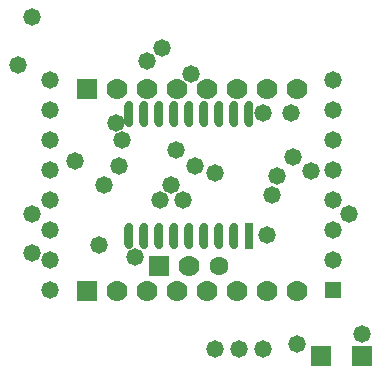
<source format=gbs>
%FSLAX23Y23*%
%MOIN*%
G70*
G01*
G75*
%ADD10R,0.030X0.030*%
%ADD11O,0.059X0.018*%
%ADD12R,0.059X0.018*%
%ADD13R,0.018X0.059*%
%ADD14C,0.032*%
%ADD15C,0.015*%
%ADD16C,0.016*%
%ADD17C,0.025*%
%ADD18C,0.008*%
%ADD19R,0.050X0.050*%
%ADD20C,0.050*%
%ADD21C,0.055*%
%ADD22C,0.062*%
%ADD23R,0.062X0.062*%
%ADD24R,0.022X0.079*%
%ADD25O,0.022X0.079*%
%ADD26R,0.060X0.060*%
%ADD27C,0.020*%
%ADD28R,0.038X0.038*%
%ADD29O,0.067X0.026*%
%ADD30R,0.067X0.026*%
%ADD31R,0.026X0.067*%
%ADD32R,0.058X0.058*%
%ADD33C,0.058*%
%ADD34C,0.063*%
%ADD35C,0.070*%
%ADD36R,0.070X0.070*%
%ADD37R,0.030X0.087*%
%ADD38O,0.030X0.087*%
%ADD39R,0.068X0.068*%
D32*
X10730Y7781D02*
D03*
D33*
Y7881D02*
D03*
Y7981D02*
D03*
Y8081D02*
D03*
Y8181D02*
D03*
Y8281D02*
D03*
Y8381D02*
D03*
Y8481D02*
D03*
X9785Y7781D02*
D03*
Y7881D02*
D03*
Y7981D02*
D03*
Y8081D02*
D03*
Y8181D02*
D03*
Y8281D02*
D03*
Y8381D02*
D03*
Y8481D02*
D03*
X10825Y7633D02*
D03*
X10542Y8161D02*
D03*
X10782Y8033D02*
D03*
X10158Y8588D02*
D03*
X10270Y8193D02*
D03*
X9726Y8033D02*
D03*
Y8689D02*
D03*
X10654Y8177D02*
D03*
X10510Y7963D02*
D03*
X10027Y8281D02*
D03*
X9870Y8209D02*
D03*
X10153Y8081D02*
D03*
X10190Y8129D02*
D03*
X10070Y7889D02*
D03*
X10230Y8081D02*
D03*
X10006Y8337D02*
D03*
X10595Y8225D02*
D03*
X10334Y7585D02*
D03*
X10254Y8499D02*
D03*
X10110Y8545D02*
D03*
X9678Y8529D02*
D03*
X10334Y8172D02*
D03*
X10206Y8246D02*
D03*
X10414Y7585D02*
D03*
X10590Y8369D02*
D03*
X10494D02*
D03*
X9966Y8129D02*
D03*
X10526Y8097D02*
D03*
X9950Y7931D02*
D03*
X9726Y7905D02*
D03*
X10494Y7585D02*
D03*
X10610Y7601D02*
D03*
X10014Y8193D02*
D03*
D34*
X10350Y7861D02*
D03*
D35*
X10250D02*
D03*
X10010Y8451D02*
D03*
X10110D02*
D03*
X10210D02*
D03*
X10310D02*
D03*
X10410D02*
D03*
X10510D02*
D03*
X10610D02*
D03*
X10010Y7776D02*
D03*
X10110Y7776D02*
D03*
X10210D02*
D03*
X10310D02*
D03*
X10410D02*
D03*
X10510D02*
D03*
X10610D02*
D03*
D36*
X10150Y7861D02*
D03*
X9910Y8451D02*
D03*
Y7776D02*
D03*
D37*
X10450Y7961D02*
D03*
D38*
X10400D02*
D03*
X10350D02*
D03*
X10300D02*
D03*
X10250D02*
D03*
X10200D02*
D03*
X10150D02*
D03*
X10100D02*
D03*
X10050D02*
D03*
X10450Y8366D02*
D03*
X10400D02*
D03*
X10350D02*
D03*
X10300D02*
D03*
X10250D02*
D03*
X10200D02*
D03*
X10150D02*
D03*
X10100D02*
D03*
X10050D02*
D03*
D39*
X10825Y7561D02*
D03*
X10690D02*
D03*
M02*

</source>
